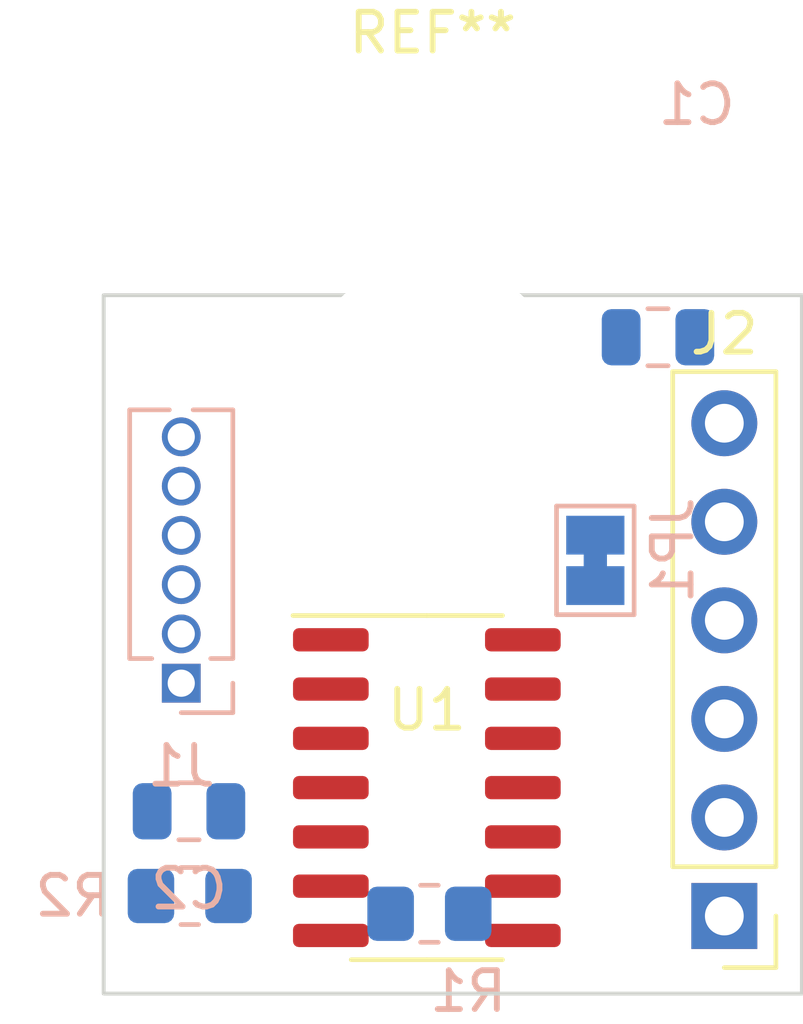
<source format=kicad_pcb>
(kicad_pcb (version 20210623) (generator pcbnew)
  (layers (0 "F.Cu" signal) (31 "B.Cu" signal) (34 "B.Paste" user) (35 "F.Paste" user) (36 "B.SilkS" user "B.Silkscreen") (37 "F.SilkS" user "F.Silkscreen") (38 "B.Mask" user) (39 "F.Mask" user) (44 "Edge.Cuts" user))
  (net 0 "")
  (net 1 "GND")
  (net 2 "/Vcc")
  (net 3 "/Vref")
  (net 6 "/A_TCK")
  (net 7 "/A_TDO")
  (net 8 "/A_TMS")
  (net 9 "/A_TDI")
  (net 10 "/B_TCK")
  (net 11 "/B_TDO")
  (net 12 "/B_TMS")
  (net 13 "/B_TDI")
  (footprint "Connector_PinHeader_2.54mm:PinHeader_1x06_P2.54mm_Vertical" (layer "F.Cu") (at 90.12 85.98 180)
    (fp_text reference "J2" (at 0 15) (layer "F.SilkS"))
    (fp_text value "Conn_01x06" hide)
    (fp_line (start -1.33 1.27) (end 1.33 1.27) (layer "F.SilkS") (width 0.12))
    (fp_line (start 1.33 1.27) (end 1.33 14.03) (layer "F.SilkS") (width 0.12))
    (fp_line (start -1.33 1.27) (end -1.33 14.03) (layer "F.SilkS") (width 0.12))
    (fp_line (start -1.33 0) (end -1.33 -1.33) (layer "F.SilkS") (width 0.12))
    (fp_line (start -1.33 -1.33) (end 0 -1.33) (layer "F.SilkS") (width 0.12))
    (fp_line (start -1.33 14.03) (end 1.33 14.03) (layer "F.SilkS") (width 0.12))
    (pad "1" thru_hole rect locked (at 0 0 180) (size 1.7 1.7) (drill 1) (layers *.Cu *.Mask) (net 3 "/Vref"))
    (pad "2" thru_hole oval locked (at 0 2.54 180) (size 1.7 1.7) (drill 1) (layers *.Cu *.Mask) (net 13 "/B_TDI"))
    (pad "3" thru_hole oval locked (at 0 5.08 180) (size 1.7 1.7) (drill 1) (layers *.Cu *.Mask) (net 12 "/B_TMS"))
    (pad "4" thru_hole oval locked (at 0 7.62 180) (size 1.7 1.7) (drill 1) (layers *.Cu *.Mask) (net 11 "/B_TDO"))
    (pad "5" thru_hole oval locked (at 0 10.16 180) (size 1.7 1.7) (drill 1) (layers *.Cu *.Mask) (net 10 "/B_TCK"))
    (pad "6" thru_hole oval locked (at 0 12.7 180) (size 1.7 1.7) (drill 1) (layers *.Cu *.Mask) (net 1 "GND"))
  )
  (footprint "Package_SO:SOIC-14_3.9x8.7mm_P1.27mm" (layer "F.Cu") (at 82.4512 82.6714)
    (fp_text reference "U1" (at 0 -2) (layer "F.SilkS"))
    (fp_text value "TXB0104D" hide)
    (fp_line (start 0 -4.435) (end 1.95 -4.435) (layer "F.SilkS") (width 0.12))
    (fp_line (start 0 4.435) (end -1.95 4.435) (layer "F.SilkS") (width 0.12))
    (fp_line (start 0 4.435) (end 1.95 4.435) (layer "F.SilkS") (width 0.12))
    (fp_line (start 0 -4.435) (end -3.45 -4.435) (layer "F.SilkS") (width 0.12))
    (pad "1" smd roundrect locked (at -2.475 -3.81) (size 1.95 0.6) (layers "F.Cu" "F.Paste" "F.Mask") (net 2 "/Vcc"))
    (pad "2" smd roundrect locked (at -2.475 -2.54) (size 1.95 0.6) (layers "F.Cu" "F.Paste" "F.Mask") (net 6 "/A_TCK"))
    (pad "3" smd roundrect locked (at -2.475 -1.27) (size 1.95 0.6) (layers "F.Cu" "F.Paste" "F.Mask") (net 7 "/A_TDO"))
    (pad "4" smd roundrect locked (at -2.475 0) (size 1.95 0.6) (layers "F.Cu" "F.Paste" "F.Mask") (net 8 "/A_TMS"))
    (pad "5" smd roundrect locked (at -2.475 1.27) (size 1.95 0.6) (layers "F.Cu" "F.Paste" "F.Mask") (net 9 "/A_TDI"))
    (pad "6" smd roundrect locked (at -2.475 2.54) (size 1.95 0.6) (layers "F.Cu" "F.Paste" "F.Mask"))
    (pad "7" smd roundrect locked (at -2.475 3.81) (size 1.95 0.6) (layers "F.Cu" "F.Paste" "F.Mask") (net 1 "GND"))
    (pad "8" smd roundrect locked (at 2.475 3.81) (size 1.95 0.6) (layers "F.Cu" "F.Paste" "F.Mask") (net 2 "/Vcc"))
    (pad "9" smd roundrect locked (at 2.475 2.54) (size 1.95 0.6) (layers "F.Cu" "F.Paste" "F.Mask"))
    (pad "10" smd roundrect locked (at 2.475 1.27) (size 1.95 0.6) (layers "F.Cu" "F.Paste" "F.Mask") (net 13 "/B_TDI"))
    (pad "11" smd roundrect locked (at 2.475 0) (size 1.95 0.6) (layers "F.Cu" "F.Paste" "F.Mask") (net 12 "/B_TMS"))
    (pad "12" smd roundrect locked (at 2.475 -1.27) (size 1.95 0.6) (layers "F.Cu" "F.Paste" "F.Mask") (net 11 "/B_TDO"))
    (pad "13" smd roundrect locked (at 2.475 -2.54) (size 1.95 0.6) (layers "F.Cu" "F.Paste" "F.Mask") (net 10 "/B_TCK"))
    (pad "14" smd roundrect locked (at 2.475 -3.81) (size 1.95 0.6) (layers "F.Cu" "F.Paste" "F.Mask") (net 3 "/Vref"))
  )
  (footprint "MountingHole:MountingHole_8.4mm_M8" (layer "F.Cu") (at 82.6 72.62)
    (fp_text reference "REF**" (at 0 -9.4) (layer "F.SilkS"))
    (fp_text value "MountingHole_8.4mm_M8")
    (pad "" np_thru_hole circle (at 0 0) (size 7 7) (drill 7) (layers F&B.Cu *.Mask))
  )
  (footprint "Resistor_SMD:R_0805_2012Metric_Pad1.20x1.40mm_HandSolder" (layer "B.Cu") (at 82.518 85.9226 180)
    (fp_text reference "R1" (at -1 -2) (layer "B.SilkS") (effects (justify mirror)))
    (fp_text value "100K" hide)
    (fp_line (start -0.227064 -0.735) (end 0.227064 -0.735) (layer "B.SilkS") (width 0.12))
    (fp_line (start -0.227064 0.735) (end 0.227064 0.735) (layer "B.SilkS") (width 0.12))
    (pad "1" smd roundrect locked (at -1 0 180) (size 1.2 1.4) (layers "B.Cu" "B.Paste" "B.Mask") (roundrect_rratio 0.208333) (net 2 "/Vcc"))
    (pad "2" smd roundrect locked (at 1 0 180) (size 1.2 1.4) (layers "B.Cu" "B.Paste" "B.Mask") (roundrect_rratio 0.208333) (net 1 "GND"))
  )
  (footprint "Capacitor_SMD:C_0805_2012Metric" (layer "B.Cu") (at 88.41 71.0636 180)
    (fp_text reference "C1" (at -1 6) (layer "B.SilkS") (effects (justify mirror)))
    (fp_text value "0.1uF" hide)
    (fp_line (start -0.261252 0.735) (end 0.261252 0.735) (layer "B.SilkS") (width 0.12))
    (fp_line (start -0.261252 -0.735) (end 0.261252 -0.735) (layer "B.SilkS") (width 0.12))
    (pad "1" smd roundrect locked (at -0.95 0 180) (size 1 1.45) (layers "B.Cu" "B.Paste" "B.Mask") (net 2 "/Vcc"))
    (pad "2" smd roundrect locked (at 0.95 0 180) (size 1 1.45) (layers "B.Cu" "B.Paste" "B.Mask") (net 1 "GND"))
  )
  (footprint "Connector_PinSocket_1.27mm:PinSocket_1x06_P1.27mm_Vertical" (layer "B.Cu") (at 76.12 79.98)
    (fp_text reference "J1" (at 0 2.135) (layer "B.SilkS") (effects (justify mirror)))
    (fp_text value "Conn_01x06")
    (fp_line (start -1.33 -0.635) (end -1.33 -7.045) (layer "B.SilkS") (width 0.12))
    (fp_line (start 0 0.76) (end 1.33 0.76) (layer "B.SilkS") (width 0.12))
    (fp_line (start 0.30753 -7.045) (end 1.33 -7.045) (layer "B.SilkS") (width 0.12))
    (fp_line (start 1.33 0.76) (end 1.33 0) (layer "B.SilkS") (width 0.12))
    (fp_line (start -1.33 -0.635) (end -0.76 -0.635) (layer "B.SilkS") (width 0.12))
    (fp_line (start 1.33 -0.635) (end 1.33 -7.045) (layer "B.SilkS") (width 0.12))
    (fp_line (start 0.76 -0.635) (end 1.33 -0.635) (layer "B.SilkS") (width 0.12))
    (fp_line (start -1.33 -7.045) (end -0.30753 -7.045) (layer "B.SilkS") (width 0.12))
    (pad "1" thru_hole rect locked (at 0 0) (size 1 1) (drill 0.7) (layers *.Cu *.Mask) (net 2 "/Vcc"))
    (pad "2" thru_hole oval locked (at 0 -1.27) (size 1 1) (drill 0.7) (layers *.Cu *.Mask) (net 9 "/A_TDI"))
    (pad "3" thru_hole oval locked (at 0 -2.54) (size 1 1) (drill 0.7) (layers *.Cu *.Mask) (net 8 "/A_TMS"))
    (pad "4" thru_hole oval locked (at 0 -3.81) (size 1 1) (drill 0.7) (layers *.Cu *.Mask) (net 7 "/A_TDO"))
    (pad "5" thru_hole oval locked (at 0 -5.08) (size 1 1) (drill 0.7) (layers *.Cu *.Mask) (net 6 "/A_TCK"))
    (pad "6" thru_hole oval locked (at 0 -6.35) (size 1 1) (drill 0.7) (layers *.Cu *.Mask) (net 1 "GND"))
  )
  (footprint "Capacitor_SMD:C_0805_2012Metric" (layer "B.Cu") (at 76.3196 83.281 180)
    (fp_text reference "C2" (at 0 -2) (layer "B.SilkS") (effects (justify mirror)))
    (fp_text value "0.1uF" hide)
    (fp_line (start -0.261252 0.735) (end 0.261252 0.735) (layer "B.SilkS") (width 0.12))
    (fp_line (start -0.261252 -0.735) (end 0.261252 -0.735) (layer "B.SilkS") (width 0.12))
    (pad "1" smd roundrect locked (at -0.95 0 180) (size 1 1.45) (layers "B.Cu" "B.Paste" "B.Mask") (net 3 "/Vref"))
    (pad "2" smd roundrect locked (at 0.95 0 180) (size 1 1.45) (layers "B.Cu" "B.Paste" "B.Mask") (net 1 "GND"))
  )
  (footprint "Resistor_SMD:R_0805_2012Metric_Pad1.20x1.40mm_HandSolder" (layer "B.Cu") (at 76.3392 85.4654 180)
    (fp_text reference "R2" (at 3 0) (layer "B.SilkS") (effects (justify mirror)))
    (fp_text value "100K" hide)
    (fp_line (start -0.227064 0.735) (end 0.227064 0.735) (layer "B.SilkS") (width 0.12))
    (fp_line (start -0.227064 -0.735) (end 0.227064 -0.735) (layer "B.SilkS") (width 0.12))
    (pad "1" smd roundrect locked (at -1 0 180) (size 1.2 1.4) (layers "B.Cu" "B.Paste" "B.Mask") (roundrect_rratio 0.208333) (net 3 "/Vref"))
    (pad "2" smd roundrect locked (at 1 0 180) (size 1.2 1.4) (layers "B.Cu" "B.Paste" "B.Mask") (roundrect_rratio 0.208333) (net 1 "GND"))
  )
  (footprint "Jumper:SolderJumper-2_P1.3mm_Bridged_Pad1.0x1.5mm" (layer "B.Cu") (at 86.7946 76.8144 90)
    (fp_text reference "JP1" (at 0.261252 2 90) (layer "B.SilkS") (effects (justify mirror)))
    (fp_text value "SolderJumper_2_Bridged" hide)
    (fp_poly (pts (xy -0.25 0.3) (xy 0.25 0.3) (xy 0.25 -0.3) (xy -0.25 -0.3)) (layer "B.Cu") (width 0) (fill solid))
    (fp_line (start 1.4 -1) (end -1.4 -1) (layer "B.SilkS") (width 0.12))
    (fp_line (start -1.4 1) (end 1.4 1) (layer "B.SilkS") (width 0.12))
    (fp_line (start -1.4 -1) (end -1.4 1) (layer "B.SilkS") (width 0.12))
    (fp_line (start 1.4 1) (end 1.4 -1) (layer "B.SilkS") (width 0.12))
    (pad "1" smd rect locked (at -0.65 0 90) (size 1 1.5) (layers "B.Cu" "B.Mask") (net 2 "/Vcc"))
    (pad "2" smd rect locked (at 0.65 0 90) (size 1 1.5) (layers "B.Cu" "B.Mask") (net 2 "/Vcc"))
  )
  (gr_rect (start 92.12 87.98) (end 74.12 69.98) (layer "Edge.Cuts") (width 0.1) (fill none))
)
</source>
